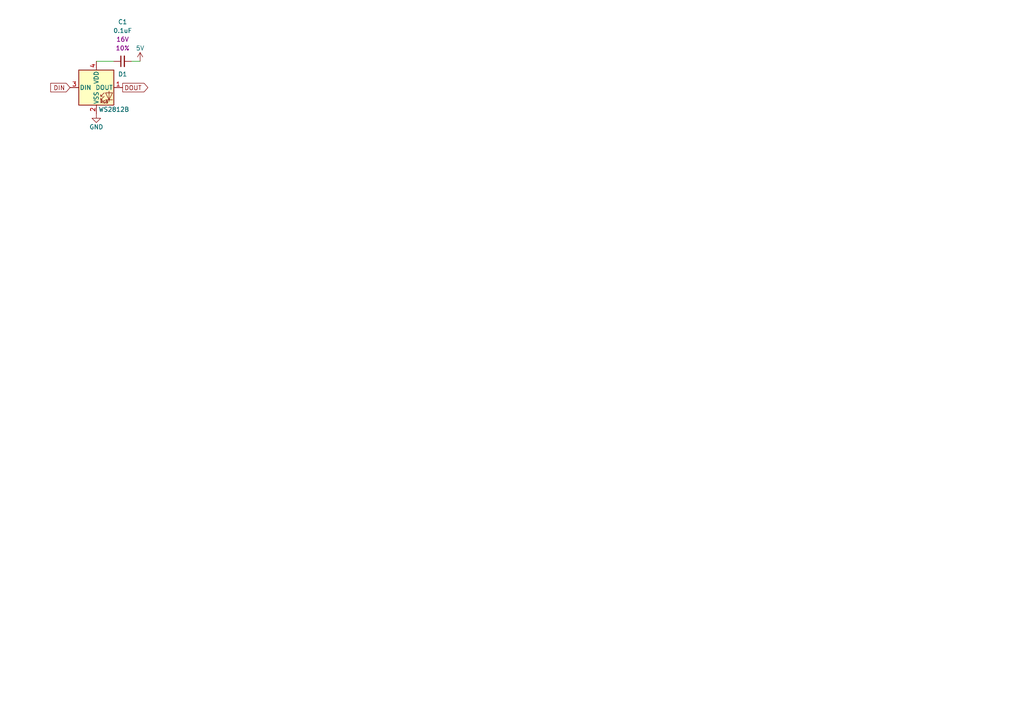
<source format=kicad_sch>
(kicad_sch (version 20250114) (generator "eeschema") (generator_version "9.0")
  (paper "A4")
  (title_block (title "RGBWA LED") (date "2026-01-30") (comment 1 "This is the schematic component regarding the structure of an rgba led node."))
  (lib_symbols
    (symbol "PCM_SparkFun-Capacitor:0.1uF_0402_16V_10%" (pin_numbers (hide yes)) (pin_names (offset 0.254))
      (property "Reference" "C" (at 0.635 2.54 0))
      (property "Value" "0.1uF" (at 0.635 -2.54 0))
      (property "Voltage" "16V" (at 0 -6.35 0))
      (property "Tolerance" "10%" (at 0 -8.89 0))
      (symbol "0.1uF_0402_16V_10%_0_1"
        (polyline (pts (xy -1.524 0.508) (xy 1.524 0.508)) (stroke (width 0.3048)))
        (polyline (pts (xy -1.524 -0.508) (xy 1.524 -0.508)) (stroke (width 0.3302)))
      )
      (symbol "0.1uF_0402_16V_10%_1_1"
        (pin passive line (at 0 2.54 270) (length 2.032) (name "~") (number "1"))
        (pin passive line (at 0 -2.54 90) (length 2.032) (name "~") (number "2"))
      )
    )
    (symbol "PCM_SparkFun-LED:WS2812B_2020" (pin_names (offset 0.254))
      (property "Reference" "D" (at -5.08 6.35 0))
      (property "Value" "WS2812B" (at 5.08 -6.35 0))
      (symbol "WS2812B_2020_0_0"
        (text "RGB" (at 2.286 -4.191 0) (effects (font (size 0.762 0.762))))
      )
      (symbol "WS2812B_2020_0_1"
        (polyline (pts (xy 1.27 -2.54) (xy 1.778 -2.54)))
        (polyline (pts (xy 1.27 -3.556) (xy 1.778 -3.556)))
        (polyline (pts (xy 2.286 -1.524) (xy 1.27 -2.54) (xy 1.27 -2.032)))
        (polyline (pts (xy 2.286 -2.54) (xy 1.27 -3.556) (xy 1.27 -3.048)))
        (polyline (pts (xy 3.683 -1.016) (xy 3.683 -3.556) (xy 3.683 -4.064)))
        (polyline (pts (xy 4.699 -1.524) (xy 2.667 -1.524) (xy 3.683 -3.556) (xy 4.699 -1.524)))
        (polyline (pts (xy 4.699 -3.556) (xy 2.667 -3.556)))
        (rectangle (start 5.08 5.08) (end -5.08 -5.08) (stroke (width 0.254)) (fill (type background)))
      )
      (symbol "WS2812B_2020_1_1"
        (pin input line (at -7.62 0 0) (length 2.54) (name "DIN") (number "3"))
        (pin power_in line (at 0 7.62 270) (length 2.54) (name "VDD") (number "4"))
        (pin power_in line (at 0 -7.62 90) (length 2.54) (name "VSS") (number "2"))
        (pin output line (at 7.62 0 180) (length 2.54) (name "DOUT") (number "1"))
      )
    )
    (symbol "PCM_SparkFun-PowerSymbol:5V" (power) (pin_names (offset 0))
      (property "Value" "5V" (at 0 3.81 0))
      (symbol "5V_0_1"
        (polyline (pts (xy -0.762 1.27) (xy 0 2.54)))
        (polyline (pts (xy 0 2.54) (xy 0.762 1.27)))
        (polyline (pts (xy 0 0) (xy 0 2.54)))
      )
      (symbol "5V_1_1"
        (pin power_in line (at 0 0 90) (length 0) (hide yes) (name "5V") (number "1"))
      )
    )
    (symbol "PCM_SparkFun-PowerSymbol:GND" (power) (pin_names (offset 0))
      (property "Value" "GND" (at 0 -3.81 0))
      (symbol "GND_0_1"
        (polyline (pts (xy 0 0) (xy 0 -1.27) (xy 1.27 -1.27) (xy 0 -2.54) (xy -1.27 -1.27) (xy 0 -1.27)))
      )
      (symbol "GND_1_1"
        (pin power_in line (at 0 0 270) (length 0) (hide yes) (name "GND") (number "1"))
      )
    )
  )
  (wire (pts (xy 33.02 17.78) (xy 27.94 17.78)))
  (wire (pts (xy 40.64 17.78) (xy 38.1 17.78)))
  (global_label "DIN" (shape input) (at 20.32 25.4 180) (property "Intersheetrefs" "${INTERSHEET_REFS}" (effects (hide yes))))
  (global_label "DOUT" (shape output) (at 35.56 25.4 0) (property "Intersheetrefs" "${INTERSHEET_REFS}" (effects (hide yes))))
  (symbol (lib_id "PCM_SparkFun-PowerSymbol:5V") (at 40.64 17.78 0) (unit 1)
    (property "Reference" "#PWR01" (effects (hide yes)))
    (property "Value" "5V" (at 40.64 13.97 0))
    (property "Description" "Power symbol creates a global label with name \"5V\"" (effects (hide yes)))
  )
  (symbol (lib_id "PCM_SparkFun-Capacitor:0.1uF_0402_16V_10%") (at 35.56 17.78 90) (unit 1)
    (property "Reference" "C1" (at 35.5663 6.35 90))
    (property "Value" "0.1uF" (at 35.5663 8.89 90))
    (property "Footprint" "PCM_SparkFun-Capacitor:C_0402_1005Metric" (effects (hide yes)))
    (property "Datasheet" "https://cdn.sparkfun.com/assets/8/a/4/a/5/Kemet_Capacitor_Datasheet.pdf" (effects (hide yes)))
    (property "Description" "Unpolarized capacitor" (effects (hide yes)))
    (property "PROD_ID" "CAP-25565" (effects (hide yes)))
    (property "Voltage" "16V" (at 35.5663 11.43 90))
    (property "Tolerance" "10%" (at 35.5663 13.97 90))
  )
  (symbol (lib_id "PCM_SparkFun-LED:WS2812B_2020") (at 27.94 25.4 0) (unit 1)
    (property "Reference" "D1" (at 35.56 21.5198 0))
    (property "Value" "WS2812B" (at 33.02 31.75 0))
    (property "Footprint" "PCM_SparkFun-LED:WS2812_2020" (effects (hide yes)))
    (property "Datasheet" "https://cdn.sparkfun.com/assets/e/1/0/f/b/WS2812C-2020_V1.2_EN_19112716191654.pdf" (effects (hide yes)))
    (property "Description" "RGB LED with integrated controller" (effects (hide yes)))
    (property "PROD_ID" "DIO-15591" (effects (hide yes)))
  )
  (symbol (lib_id "PCM_SparkFun-PowerSymbol:GND") (at 27.94 33.02 0) (unit 1)
    (property "Reference" "#PWR02" (effects (hide yes)))
    (property "Value" "GND" (at 27.94 36.83 0))
    (property "Description" "Power symbol creates a global label with name \"GND\" , ground" (effects (hide yes)))
  )
)
</source>
